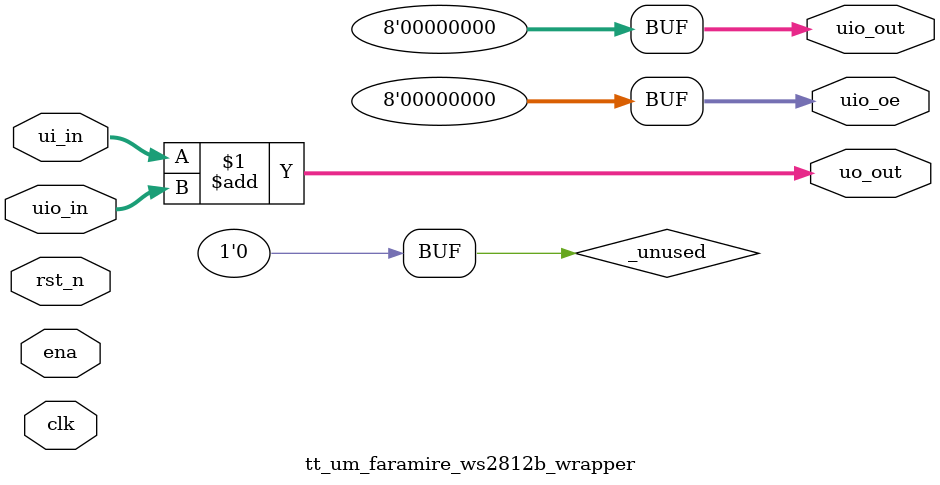
<source format=v>
/*
 * Copyright (c) 2024 Your Name
 * SPDX-License-Identifier: Apache-2.0
 */

`default_nettype none

module tt_um_faramire_ws2812b_wrapper (
    input  wire [7:0] ui_in,    // Dedicated inputs
    output wire [7:0] uo_out,   // Dedicated outputs
    input  wire [7:0] uio_in,   // IOs: Input path
    output wire [7:0] uio_out,  // IOs: Output path
    output wire [7:0] uio_oe,   // IOs: Enable path (active high: 0=input, 1=output)
    input  wire       ena,      // always 1 when the design is powered, so you can ignore it
    input  wire       clk,      // clock
    input  wire       rst_n     // reset_n - low to reset
);

  // All output pins must be assigned. If not used, assign to 0.
  assign uo_out  = ui_in + uio_in;  // Example: ou_out is the sum of ui_in and uio_in
  assign uio_out = 0;
  assign uio_oe  = 0;

  // List all unused inputs to prevent warnings
  wire _unused = &{ena, clk, rst_n, 1'b0};

endmodule

</source>
